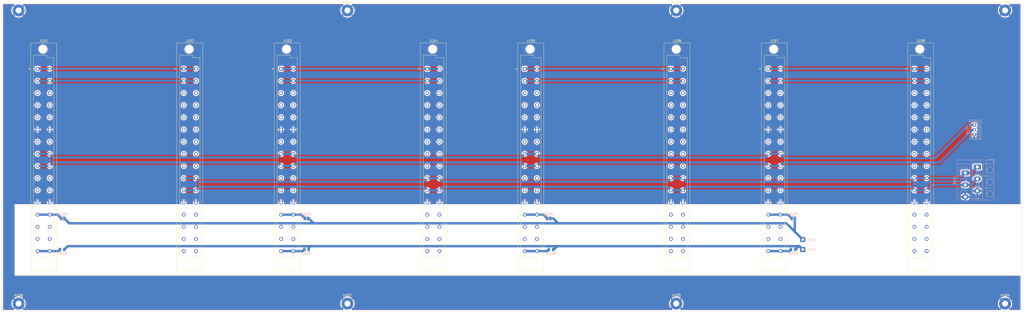
<source format=kicad_pcb>
(kicad_pcb (version 20211014) (generator pcbnew)
  (layers (0 "F.Cu" signal) (31 "B.Cu" signal) (34 "B.Paste" user) (35 "F.Paste" user) (36 "B.SilkS" user "B.Silkscreen") (37 "F.SilkS" user "F.Silkscreen") (38 "B.Mask" user) (39 "F.Mask" user) (44 "Edge.Cuts" user))
  (net 0 "")
  (net 1 "Net-(J101-Pada2)")
  (net 2 "Net-(J101-Pada4)")
  (net 6 "Net-(J107-Pada26)")
  (net 8 "Net-(J101-Pada16)")
  (net 9 "Net-(J101-Pada18)")
  (net 10 "Net-(J102-Pada20)")
  (net 15 "Net-(J102-Pada22)")
  (net 16 "Net-(J103-Pada2)")
  (net 21 "Net-(J103-Pada4)")
  (net 26 "Net-(J105-Pada2)")
  (net 27 "Net-(J105-Pada4)")
  (net 35 "Net-(J107-Pada2)")
  (net 36 "Net-(J107-Pada4)")
  (net 41 "Net-(J101-Pada32)")
  (net 42 "Net-(J101-Pada26)")
  (net 50 "Net-(J103-Pada32)")
  (net 55 "Net-(J105-Pada32)")
  (net 60 "Net-(J107-Pada32)")
  (net 65 "Net-(J111-Pad1)")
  (net 66 "Net-(J112-Pad1)")
  (net 67 "Net-(J103-Pada26)")
  (net 72 "Net-(J105-Pada26)")
  (net 175 "Earth_Protective")
  (footprint "Connector_DIN:DIN41612_C_2x16_Female_Vertical_THT" (layer "F.Cu") (at 278.99 24.93)
    (fp_text reference "J106")
    (fp_text value "DIN41612_02x16_AC_EvenPins")
  )
  (footprint "MountingHole:MountingHole_2.5mm_Pad" (layer "F.Cu") (at 418.39 125.6)
    (fp_text reference "H104")
    (fp_text value "MountingHole_Pad")
  )
  (footprint "Connector_DIN:DIN41612_C_2x16_Female_Vertical_THT" (layer "F.Cu") (at 177.39 24.93)
    (fp_text reference "J104")
    (fp_text value "DIN41612_02x16_AC_EvenPins")
  )
  (footprint "MountingHole:MountingHole_2.5mm_Pad" (layer "F.Cu") (at 144.07 125.6)
    (fp_text reference "H107")
    (fp_text value "MountingHole_Pad")
  )
  (footprint "Connector_DIN:DIN41612_C_2x16_Female_Vertical_THT" (layer "F.Cu") (at 380.59 24.93)
    (fp_text reference "J108")
    (fp_text value "DIN41612_02x16_AC_EvenPins")
  )
  (footprint "MountingHole:MountingHole_2.5mm_Pad" (layer "F.Cu") (at 6.91 125.6)
    (fp_text reference "H106")
    (fp_text value "MountingHole_Pad")
  )
  (footprint "Connector_DIN:DIN41612_C_2x16_Female_Vertical_THT" (layer "F.Cu") (at 116.43 24.93)
    (fp_text reference "J103")
    (fp_text value "DIN41612_02x16_AC_EvenPins")
  )
  (footprint "Connector_DIN:DIN41612_C_2x16_Female_Vertical_THT" (layer "F.Cu") (at 218.03 24.93)
    (fp_text reference "J105")
    (fp_text value "DIN41612_02x16_AC_EvenPins")
  )
  (footprint "MountingHole:MountingHole_2.5mm_Pad" (layer "F.Cu") (at 281.23 3.1)
    (fp_text reference "H103")
    (fp_text value "MountingHole_Pad")
  )
  (footprint "Connector_DIN:DIN41612_C_2x16_Female_Vertical_THT" (layer "F.Cu") (at 14.83 24.93)
    (fp_text reference "J101")
    (fp_text value "DIN41612_02x16_AC_EvenPins")
  )
  (footprint "MountingHole:MountingHole_2.5mm_Pad" (layer "F.Cu") (at 6.91 3.1)
    (fp_text reference "H102" hide)
    (fp_text value "MountingHole_Pad")
  )
  (footprint "MountingHole:MountingHole_2.5mm_Pad" (layer "F.Cu") (at 144.07 3.1)
    (fp_text reference "H101")
    (fp_text value "MountingHole_Pad")
  )
  (footprint "MountingHole:MountingHole_2.5mm_Pad" (layer "F.Cu") (at 281.23 125.6)
    (fp_text reference "H105")
    (fp_text value "MountingHole_Pad")
  )
  (footprint "MountingHole:MountingHole_2.5mm_Pad" (layer "F.Cu") (at 418.39 3.1)
    (fp_text reference "H108")
    (fp_text value "MountingHole_Pad")
  )
  (footprint "Connector_DIN:DIN41612_C_2x16_Female_Vertical_THT" (layer "F.Cu") (at 319.63 24.93)
    (fp_text reference "J107")
    (fp_text value "DIN41612_02x16_AC_EvenPins")
  )
  (footprint "Connector_DIN:DIN41612_C_2x16_Female_Vertical_THT" (layer "F.Cu") (at 75.79 24.93)
    (fp_text reference "J102")
    (fp_text value "DIN41612_02x16_AC_EvenPins")
  )
  (footprint "Jumper:SolderJumper-2_P1.3mm_Open_RoundedPad1.0x1.5mm" (layer "B.Cu") (at 330 90 180)
    (fp_text reference "JP104")
    (fp_text value "Jumper_2_Open")
  )
  (footprint "Resistor_SMD:R_0805_2012Metric" (layer "B.Cu") (at 25.0875 103)
    (fp_text reference "R101")
    (fp_text value "R")
  )
  (footprint "Resistor_SMD:R_0805_2012Metric" (layer "B.Cu") (at 330 103)
    (fp_text reference "R104")
    (fp_text value "R")
  )
  (footprint "Resistor_SMD:R_0805_2012Metric" (layer "B.Cu") (at 229 103)
    (fp_text reference "R103")
    (fp_text value "R")
  )
  (footprint "Jumper:SolderJumper-2_P1.3mm_Open_RoundedPad1.0x1.5mm" (layer "B.Cu") (at 228 90 180)
    (fp_text reference "JP103")
    (fp_text value "Jumper_2_Open")
  )
  (footprint "Resistor_SMD:R_0805_2012Metric" (layer "B.Cu") (at 127 103)
    (fp_text reference "R102")
    (fp_text value "R")
  )
  (footprint "Jumper:SolderJumper-2_P1.3mm_Open_RoundedPad1.0x1.5mm" (layer "B.Cu") (at 127 90 180)
    (fp_text reference "JP102")
    (fp_text value "Jumper_2_Open")
  )
  (footprint "Connector_JST:JST_PH_B3B-PH-K_1x03_P2.00mm_Vertical" (layer "B.Cu") (at 405.55 51 -90)
    (fp_text reference "J110")
    (fp_text value "Conn_01x03")
  )
  (footprint "TerminalBlock_WAGO:TerminalBlock_WAGO_804-103_1x03_P5.00mm_45Degree" (layer "B.Cu") (at 406.8 68.5 -90)
    (fp_text reference "J109")
    (fp_text value "Conn_01x03")
  )
  (footprint "Connector_Wire:SolderWire-0.5sqmm_1x01_D0.9mm_OD2.1mm" (layer "B.Cu") (at 334 98.85 180)
    (fp_text reference "J112")
    (fp_text value "Conn_01x01")
  )
  (footprint "Jumper:SolderJumper-2_P1.3mm_Open_RoundedPad1.0x1.5mm" (layer "B.Cu") (at 25.35 90 180)
    (fp_text reference "JP101")
    (fp_text value "Jumper_2_Open")
  )
  (footprint "Connector_Wire:SolderWire-0.5sqmm_1x01_D0.9mm_OD2.1mm" (layer "B.Cu") (at 334 103 180)
    (fp_text reference "J111")
    (fp_text value "Conn_01x01")
  )
  (gr_rect (start 0 0) (end 425.3 128.7) (layer "Edge.Cuts") (width 0.1) (fill none))
  (segment (start 75.79 27.47) (end 80.87 27.47) (width 1) (layer "B.Cu") (net 1))
  (segment (start 19.91 27.47) (end 75.79 27.47) (width 1) (layer "B.Cu") (net 1))
  (segment (start 14.83 27.47) (end 19.91 27.47) (width 1) (layer "B.Cu") (net 1))
  (segment (start 75.79 32.55) (end 80.87 32.55) (width 1) (layer "B.Cu") (net 2))
  (segment (start 14.83 32.55) (end 19.91 32.55) (width 1) (layer "B.Cu") (net 2))
  (segment (start 19.91 32.55) (end 75.79 32.55) (width 1) (layer "B.Cu") (net 2))
  (segment (start 327.78 88.43) (end 329.35 90) (width 1) (layer "B.Cu") (net 6))
  (segment (start 319.63 88.43) (end 324.71 88.43) (width 1) (layer "B.Cu") (net 6))
  (segment (start 324.71 88.43) (end 327.78 88.43) (width 1) (layer "B.Cu") (net 6))
  (segment (start 224.596 64.516) (end 223.11 63.03) (width 1) (layer "B.Cu") (net 8))
  (segment (start 216.555489 64.504511) (end 122.984511 64.504511) (width 1) (layer "B.Cu") (net 8))
  (segment (start 389.19952 64.80048) (end 403 51) (width 1) (layer "B.Cu") (net 8))
  (segment (start 122.984511 64.504511) (end 121.51 63.03) (width 1) (layer "B.Cu") (net 8))
  (segment (start 324.71 63.03) (end 326.48048 64.80048) (width 1) (layer "B.Cu") (net 8))
  (segment (start 319.63 63.03) (end 318.144 64.516) (width 1) (layer "B.Cu") (net 8))
  (segment (start 121.51 63.03) (end 116.43 63.03) (width 1) (layer "B.Cu") (net 8))
  (segment (start 21.384511 64.504511) (end 19.91 63.03) (width 1) (layer "B.Cu") (net 8))
  (segment (start 318.144 64.516) (end 224.596 64.516) (width 1) (layer "B.Cu") (net 8))
  (segment (start 116.43 63.03) (end 114.955489 64.504511) (width 1) (layer "B.Cu") (net 8))
  (segment (start 403 51) (end 405.55 51) (width 1) (layer "B.Cu") (net 8))
  (segment (start 218.03 63.03) (end 216.555489 64.504511) (width 1) (layer "B.Cu") (net 8))
  (segment (start 326.48048 64.80048) (end 389.19952 64.80048) (width 1) (layer "B.Cu") (net 8))
  (segment (start 324.71 63.03) (end 319.63 63.03) (width 1) (layer "B.Cu") (net 8))
  (segment (start 223.11 63.03) (end 218.03 63.03) (width 1) (layer "B.Cu") (net 8))
  (segment (start 114.955489 64.504511) (end 21.384511 64.504511) (width 1) (layer "B.Cu") (net 8))
  (segment (start 19.91 63.03) (end 14.83 63.03) (width 1) (layer "B.Cu") (net 8))
  (segment (start 21.384511 66.635489) (end 19.91 68.11) (width 1) (layer "B.Cu") (net 9))
  (segment (start 19.91 68.11) (end 14.83 68.11) (width 1) (layer "B.Cu") (net 9))
  (segment (start 223.11 68.11) (end 218.03 68.11) (width 1) (layer "B.Cu") (net 9))
  (segment (start 318.155489 66.635489) (end 224.584511 66.635489) (width 1) (layer "B.Cu") (net 9))
  (segment (start 404.718601 53) (end 405.55 53) (width 1) (layer "B.Cu") (net 9))
  (segment (start 216.555489 66.635489) (end 122.984511 66.635489) (width 1) (layer "B.Cu") (net 9))
  (segment (start 116.43 68.11) (end 114.955489 66.635489) (width 1) (layer "B.Cu") (net 9))
  (segment (start 319.63 68.11) (end 318.155489 66.635489) (width 1) (layer "B.Cu") (net 9))
  (segment (start 121.51 68.11) (end 116.43 68.11) (width 1) (layer "B.Cu") (net 9))
  (segment (start 326.184511 66.635489) (end 391.083112 66.635489) (width 1) (layer "B.Cu") (net 9))
  (segment (start 122.984511 66.635489) (end 121.51 68.11) (width 1) (layer "B.Cu") (net 9))
  (segment (start 391.083112 66.635489) (end 404.718601 53) (width 1) (layer "B.Cu") (net 9))
  (segment (start 324.71 68.11) (end 319.63 68.11) (width 1) (layer "B.Cu") (net 9))
  (segment (start 224.584511 66.635489) (end 223.11 68.11) (width 1) (layer "B.Cu") (net 9))
  (segment (start 114.955489 66.635489) (end 21.384511 66.635489) (width 1) (layer "B.Cu") (net 9))
  (segment (start 324.71 68.11) (end 326.184511 66.635489) (width 1) (layer "B.Cu") (net 9))
  (segment (start 218.03 68.11) (end 216.555489 66.635489) (width 1) (layer "B.Cu") (net 9))
  (segment (start 82.356 74.676) (end 80.87 73.19) (width 1) (layer "B.Cu") (net 10))
  (segment (start 379.104 74.676) (end 285.556 74.676) (width 1) (layer "B.Cu") (net 10))
  (segment (start 285.556 74.676) (end 284.07 73.19) (width 1) (layer "B.Cu") (net 10))
  (segment (start 183.944511 74.664511) (end 182.47 73.19) (width 1) (layer "B.Cu") (net 10))
  (segment (start 284.07 73.19) (end 278.99 73.19) (width 1) (layer "B.Cu") (net 10))
  (segment (start 399.61 73.19) (end 401.8 71) (width 1) (layer "B.Cu") (net 10))
  (segment (start 277.515489 74.664511) (end 183.944511 74.664511) (width 1) (layer "B.Cu") (net 10))
  (segment (start 177.39 73.19) (end 175.904 74.676) (width 1) (layer "B.Cu") (net 10))
  (segment (start 80.87 73.19) (end 75.79 73.19) (width 1) (layer "B.Cu") (net 10))
  (segment (start 175.904 74.676) (end 82.356 74.676) (width 1) (layer "B.Cu") (net 10))
  (segment (start 401.8 71) (end 404.3 71) (width 1) (layer "B.Cu") (net 10))
  (segment (start 278.99 73.19) (end 277.515489 74.664511) (width 1) (layer "B.Cu") (net 10))
  (segment (start 380.59 73.19) (end 379.104 74.676) (width 1) (layer "B.Cu") (net 10))
  (segment (start 385.67 73.19) (end 380.59 73.19) (width 1) (layer "B.Cu") (net 10))
  (segment (start 385.67 73.19) (end 399.61 73.19) (width 1) (layer "B.Cu") (net 10))
  (segment (start 404.3 71) (end 406.8 68.5) (width 1) (layer "B.Cu") (net 10))
  (segment (start 182.47 73.19) (end 177.39 73.19) (width 1) (layer "B.Cu") (net 10))
  (segment (start 379.115489 76.795489) (end 285.544511 76.795489) (width 1) (layer "B.Cu") (net 15))
  (segment (start 277.515489 76.795489) (end 183.944511 76.795489) (width 1) (layer "B.Cu") (net 15))
  (segment (start 385.67 78.27) (end 380.59 78.27) (width 1) (layer "B.Cu") (net 15))
  (segment (start 182.47 78.27) (end 177.39 78.27) (width 1) (layer "B.Cu") (net 15))
  (segment (start 387.94 76) (end 385.67 78.27) (width 1) (layer "B.Cu") (net 15))
  (segment (start 82.344511 76.795489) (end 80.87 78.27) (width 1) (layer "B.Cu") (net 15))
  (segment (start 285.544511 76.795489) (end 284.07 78.27) (width 1) (layer "B.Cu") (net 15))
  (segment (start 175.915489 76.795489) (end 82.344511 76.795489) (width 1) (layer "B.Cu") (net 15))
  (segment (start 404.3 76) (end 406.8 73.5) (width 1) (layer "B.Cu") (net 15))
  (segment (start 183.944511 76.795489) (end 182.47 78.27) (width 1) (layer "B.Cu") (net 15))
  (segment (start 80.87 78.27) (end 75.79 78.27) (width 1) (layer "B.Cu") (net 15))
  (segment (start 278.99 78.27) (end 277.515489 76.795489) (width 1) (layer "B.Cu") (net 15))
  (segment (start 401.8 76) (end 387.94 76) (width 1) (layer "B.Cu") (net 15))
  (segment (start 284.07 78.27) (end 278.99 78.27) (width 1) (layer "B.Cu") (net 15))
  (segment (start 401.8 76) (end 404.3 76) (width 1) (layer "B.Cu") (net 15))
  (segment (start 380.59 78.27) (end 379.115489 76.795489) (width 1) (layer "B.Cu") (net 15))
  (segment (start 177.39 78.27) (end 175.915489 76.795489) (width 1) (layer "B.Cu") (net 15))
  (segment (start 177.39 27.47) (end 182.47 27.47) (width 1) (layer "B.Cu") (net 16))
  (segment (start 121.51 27.47) (end 177.39 27.47) (width 1) (layer "B.Cu") (net 16))
  (segment (start 116.43 27.47) (end 121.51 27.47) (width 1) (layer "B.Cu") (net 16))
  (segment (start 116.43 32.55) (end 121.51 32.55) (width 1) (layer "B.Cu") (net 21))
  (segment (start 121.51 32.55) (end 177.39 32.55) (width 1) (layer "B.Cu") (net 21))
  (segment (start 177.39 32.55) (end 182.47 32.55) (width 1) (layer "B.Cu") (net 21))
  (segment (start 218.03 27.47) (end 223.11 27.47) (width 1) (layer "B.Cu") (net 26))
  (segment (start 223.11 27.47) (end 278.99 27.47) (width 1) (layer "B.Cu") (net 26))
  (segment (start 278.99 27.47) (end 284.07 27.47) (width 1) (layer "B.Cu") (net 26))
  (segment (start 223.11 32.55) (end 278.99 32.55) (width 1) (layer "B.Cu") (net 27))
  (segment (start 218.03 32.55) (end 223.11 32.55) (width 1) (layer "B.Cu") (net 27))
  (segment (start 278.99 32.55) (end 284.07 32.55) (width 1) (layer "B.Cu") (net 27))
  (segment (start 324.71 27.47) (end 380.59 27.47) (width 1) (layer "B.Cu") (net 35))
  (segment (start 319.63 27.47) (end 324.71 27.47) (width 1) (layer "B.Cu") (net 35))
  (segment (start 380.59 27.47) (end 385.67 27.47) (width 1) (layer "B.Cu") (net 35))
  (segment (start 319.63 32.55) (end 324.71 32.55) (width 1) (layer "B.Cu") (net 36))
  (segment (start 380.59 32.55) (end 385.67 32.55) (width 1) (layer "B.Cu") (net 36))
  (segment (start 324.71 32.55) (end 380.59 32.55) (width 1) (layer "B.Cu") (net 36))
  (segment (start 14.83 103.67) (end 19.91 103.67) (width 1) (layer "B.Cu") (net 41))
  (segment (start 19.91 103.67) (end 23.505 103.67) (width 1) (layer "B.Cu") (net 41))
  (segment (start 23.505 103.67) (end 24.175 103) (width 1) (layer "B.Cu") (net 41))
  (segment (start 19.91 88.43) (end 23.13 88.43) (width 1) (layer "B.Cu") (net 42))
  (segment (start 23.13 88.43) (end 24.7 90) (width 1) (layer "B.Cu") (net 42))
  (segment (start 14.83 88.43) (end 19.91 88.43) (width 1) (layer "B.Cu") (net 42))
  (segment (start 116.43 103.67) (end 121.51 103.67) (width 1) (layer "B.Cu") (net 50))
  (segment (start 121.51 103.67) (end 125.4175 103.67) (width 1) (layer "B.Cu") (net 50))
  (segment (start 125.4175 103.67) (end 126.0875 103) (width 1) (layer "B.Cu") (net 50))
  (segment (start 223.11 103.67) (end 227.4175 103.67) (width 1) (layer "B.Cu") (net 55))
  (segment (start 218.03 103.67) (end 223.11 103.67) (width 1) (layer "B.Cu") (net 55))
  (segment (start 227.4175 103.67) (end 228.0875 103) (width 1) (layer "B.Cu") (net 55))
  (segment (start 328.4175 103.67) (end 329.0875 103) (width 1) (layer "B.Cu") (net 60))
  (segment (start 319.63 103.67) (end 324.71 103.67) (width 1) (layer "B.Cu") (net 60))
  (segment (start 324.71 103.67) (end 328.4175 103.67) (width 1) (layer "B.Cu") (net 60))
  (segment (start 332.39952 101.60048) (end 332.60048 101.60048) (width 1) (layer "B.Cu") (net 65))
  (segment (start 128.60048 101.60048) (end 231.60048 101.60048) (width 1) (layer "B.Cu") (net 65))
  (segment (start 331 103) (end 332.39952 101.60048) (width 1) (layer "B.Cu") (net 65))
  (segment (start 127.9125 103) (end 127.9125 102.28846) (width 1) (layer "B.Cu") (net 65))
  (segment (start 229.9125 103) (end 230.20096 103) (width 1) (layer "B.Cu") (net 65))
  (segment (start 230.20096 103) (end 231.60048 101.60048) (width 1) (layer "B.Cu") (net 65))
  (segment (start 127.9125 102.28846) (end 128.60048 101.60048) (width 1) (layer "B.Cu") (net 65))
  (segment (start 231.60048 101.60048) (end 332.39952 101.60048) (width 1) (layer "B.Cu") (net 65))
  (segment (start 332.60048 101.60048) (end 334 103) (width 1) (layer "B.Cu") (net 65))
  (segment (start 26 103) (end 27.39952 101.60048) (width 1) (layer "B.Cu") (net 65))
  (segment (start 27.39952 101.60048) (end 128.60048 101.60048) (width 1) (layer "B.Cu") (net 65))
  (segment (start 330.9125 103) (end 331 103) (width 1) (layer "B.Cu") (net 65))
  (segment (start 28.035489 92.035489) (end 129.964511 92.035489) (width 1) (layer "B.Cu") (net 66))
  (segment (start 330.65 95.35) (end 330.575 95.425) (width 1) (layer "B.Cu") (net 66))
  (segment (start 127.929022 90) (end 129.964511 92.035489) (width 1) (layer "B.Cu") (net 66))
  (segment (start 330.65 90) (end 330.65 95.35) (width 1) (layer "B.Cu") (net 66))
  (segment (start 129.964511 92.035489) (end 231.964511 92.035489) (width 1) (layer "B.Cu") (net 66))
  (segment (start 228.65 90) (end 229.929022 90) (width 1) (layer "B.Cu") (net 66))
  (segment (start 330.575 95.425) (end 334 98.85) (width 1) (layer "B.Cu") (net 66))
  (segment (start 327.185489 92.035489) (end 330.575 95.425) (width 1) (layer "B.Cu") (net 66))
  (segment (start 231.964511 92.035489) (end 327.185489 92.035489) (width 1) (layer "B.Cu") (net 66))
  (segment (start 229.929022 90) (end 231.964511 92.035489) (width 1) (layer "B.Cu") (net 66))
  (segment (start 26 90) (end 28.035489 92.035489) (width 1) (layer "B.Cu") (net 66))
  (segment (start 127.65 90) (end 127.929022 90) (width 1) (layer "B.Cu") (net 66))
  (segment (start 121.51 88.43) (end 124.78 88.43) (width 1) (layer "B.Cu") (net 67))
  (segment (start 116.43 88.43) (end 121.51 88.43) (width 1) (layer "B.Cu") (net 67))
  (segment (start 124.78 88.43) (end 126.35 90) (width 1) (layer "B.Cu") (net 67))
  (segment (start 225.78 88.43) (end 227.35 90) (width 1) (layer "B.Cu") (net 72))
  (segment (start 218.03 88.43) (end 223.11 88.43) (width 1) (layer "B.Cu") (net 72))
  (segment (start 223.11 88.43) (end 225.78 88.43) (width 1) (layer "B.Cu") (net 72))
  (zone (net 175) (net_name "Earth_Protective") (layers F&B.Cu) (connect_pads (clearance 0.508)) (min_thickness 0.254) (fill yes (thermal_gap 0.508) (thermal_bridge_width 0.508))
    (polygon (pts (xy 426.23 84) (xy 5.23 84) (xy 5.23 114) (xy 426.23 114) (xy 426.23 129) (xy -0.77 129) (xy -0.77 -1) (xy 426.23 -1)))
  )
)
</source>
